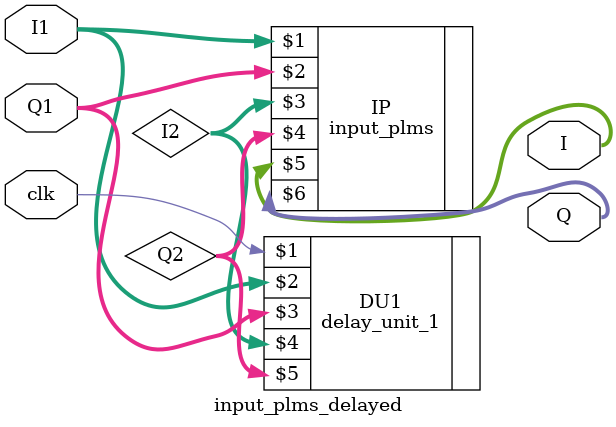
<source format=v>
`timescale 1ns / 1ps


module input_plms_delayed(clk, I1, Q1, I, Q);
    input clk;
    input signed [17:0] I1,Q1;    
    output signed [17:0] I,Q;

    wire signed [17:0] I2, Q2;
    delay_unit_1 DU1(clk, I1, Q1, I2, Q2);
    input_plms IP(I1, Q1, I2, Q2, I, Q);
endmodule

</source>
